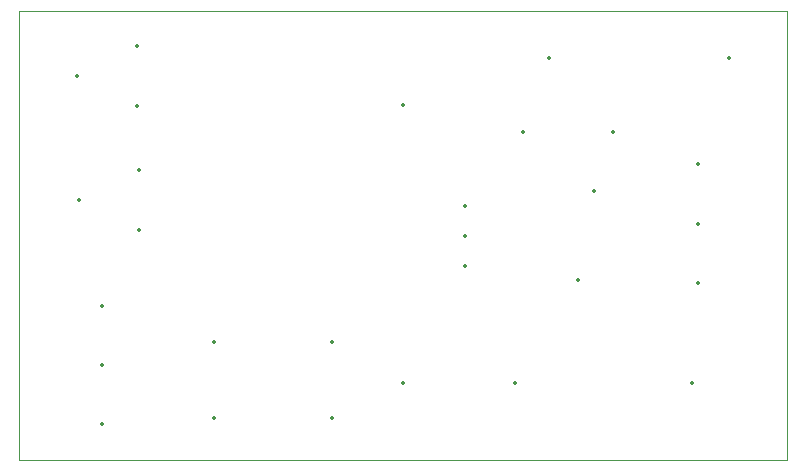
<source format=gko>
%TF.GenerationSoftware,KiCad,Pcbnew,8.0.5*%
%TF.CreationDate,2024-11-11T20:50:27-03:00*%
%TF.ProjectId,Dimmer  PHD Equipamentos,44696d6d-6572-4202-9050-484420457175,rev?*%
%TF.SameCoordinates,Original*%
%TF.FileFunction,Profile,NP*%
%FSLAX46Y46*%
G04 Gerber Fmt 4.6, Leading zero omitted, Abs format (unit mm)*
G04 Created by KiCad (PCBNEW 8.0.5) date 2024-11-11 20:50:27*
%MOMM*%
%LPD*%
G01*
G04 APERTURE LIST*
%TA.AperFunction,Profile*%
%ADD10C,0.000100*%
%TD*%
%ADD11C,0.350000*%
G04 APERTURE END LIST*
D10*
X116500000Y-80000000D02*
X181500000Y-80000000D01*
X181500000Y-118000000D01*
X116500000Y-118000000D01*
X116500000Y-80000000D01*
D11*
X133000000Y-108000000D03*
X143000000Y-108000000D03*
X161380000Y-84000000D03*
X176620000Y-84000000D03*
X163800000Y-102750000D03*
X165200000Y-95250000D03*
X126500000Y-83000000D03*
X121420000Y-85540000D03*
X126500000Y-88080000D03*
X174000000Y-93000000D03*
X174000000Y-98000000D03*
X174000000Y-103000000D03*
X126655000Y-93460000D03*
X121575000Y-96000000D03*
X126655000Y-98540000D03*
X149000000Y-111500000D03*
X133000000Y-114500000D03*
X143000000Y-114500000D03*
X158500000Y-111500000D03*
X173500000Y-111500000D03*
X123500000Y-105000000D03*
X123500000Y-110000000D03*
X123500000Y-115000000D03*
X159190000Y-90250000D03*
X166810000Y-90250000D03*
X149000000Y-88000000D03*
X154250000Y-101580000D03*
X154250000Y-99040000D03*
X154250000Y-96500000D03*
M02*

</source>
